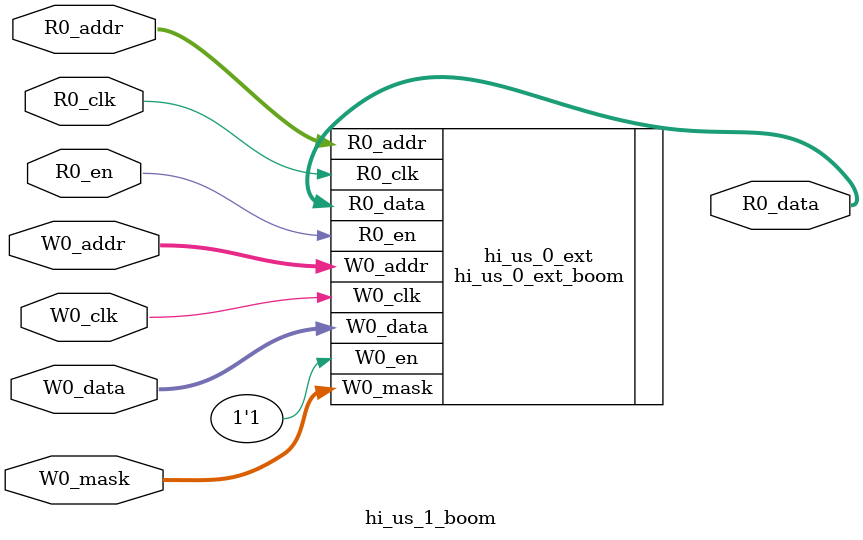
<source format=sv>
`ifndef RANDOMIZE
  `ifdef RANDOMIZE_REG_INIT
    `define RANDOMIZE
  `endif // RANDOMIZE_REG_INIT
`endif // not def RANDOMIZE
`ifndef RANDOMIZE
  `ifdef RANDOMIZE_MEM_INIT
    `define RANDOMIZE
  `endif // RANDOMIZE_MEM_INIT
`endif // not def RANDOMIZE

`ifndef RANDOM
  `define RANDOM $random
`endif // not def RANDOM

// Users can define 'PRINTF_COND' to add an extra gate to prints.
`ifndef PRINTF_COND_
  `ifdef PRINTF_COND
    `define PRINTF_COND_ (`PRINTF_COND)
  `else  // PRINTF_COND
    `define PRINTF_COND_ 1
  `endif // PRINTF_COND
`endif // not def PRINTF_COND_

// Users can define 'ASSERT_VERBOSE_COND' to add an extra gate to assert error printing.
`ifndef ASSERT_VERBOSE_COND_
  `ifdef ASSERT_VERBOSE_COND
    `define ASSERT_VERBOSE_COND_ (`ASSERT_VERBOSE_COND)
  `else  // ASSERT_VERBOSE_COND
    `define ASSERT_VERBOSE_COND_ 1
  `endif // ASSERT_VERBOSE_COND
`endif // not def ASSERT_VERBOSE_COND_

// Users can define 'STOP_COND' to add an extra gate to stop conditions.
`ifndef STOP_COND_
  `ifdef STOP_COND
    `define STOP_COND_ (`STOP_COND)
  `else  // STOP_COND
    `define STOP_COND_ 1
  `endif // STOP_COND
`endif // not def STOP_COND_

// Users can define INIT_RANDOM as general code that gets injected into the
// initializer block for modules with registers.
`ifndef INIT_RANDOM
  `define INIT_RANDOM
`endif // not def INIT_RANDOM

// If using random initialization, you can also define RANDOMIZE_DELAY to
// customize the delay used, otherwise 0.002 is used.
`ifndef RANDOMIZE_DELAY
  `define RANDOMIZE_DELAY 0.002
`endif // not def RANDOMIZE_DELAY

// Define INIT_RANDOM_PROLOG_ for use in our modules below.
`ifndef INIT_RANDOM_PROLOG_
  `ifdef RANDOMIZE
    `ifdef VERILATOR
      `define INIT_RANDOM_PROLOG_ `INIT_RANDOM
    `else  // VERILATOR
      `define INIT_RANDOM_PROLOG_ `INIT_RANDOM #`RANDOMIZE_DELAY begin end
    `endif // VERILATOR
  `else  // RANDOMIZE
    `define INIT_RANDOM_PROLOG_
  `endif // RANDOMIZE
`endif // not def INIT_RANDOM_PROLOG_

module hi_us_1_boom(	// @[tage.scala:89:27]
  input  [7:0] R0_addr,
  input        R0_en,
               R0_clk,
  input  [7:0] W0_addr,
  input        W0_clk,
  input  [3:0] W0_data,
               W0_mask,
  output [3:0] R0_data
);

  hi_us_0_ext_boom hi_us_0_ext (	// @[tage.scala:89:27]
    .R0_addr (R0_addr),
    .R0_en   (R0_en),
    .R0_clk  (R0_clk),
    .W0_addr (W0_addr),
    .W0_en   (1'h1),
    .W0_clk  (W0_clk),
    .W0_data (W0_data),
    .W0_mask (W0_mask),
    .R0_data (R0_data)
  );
endmodule


</source>
